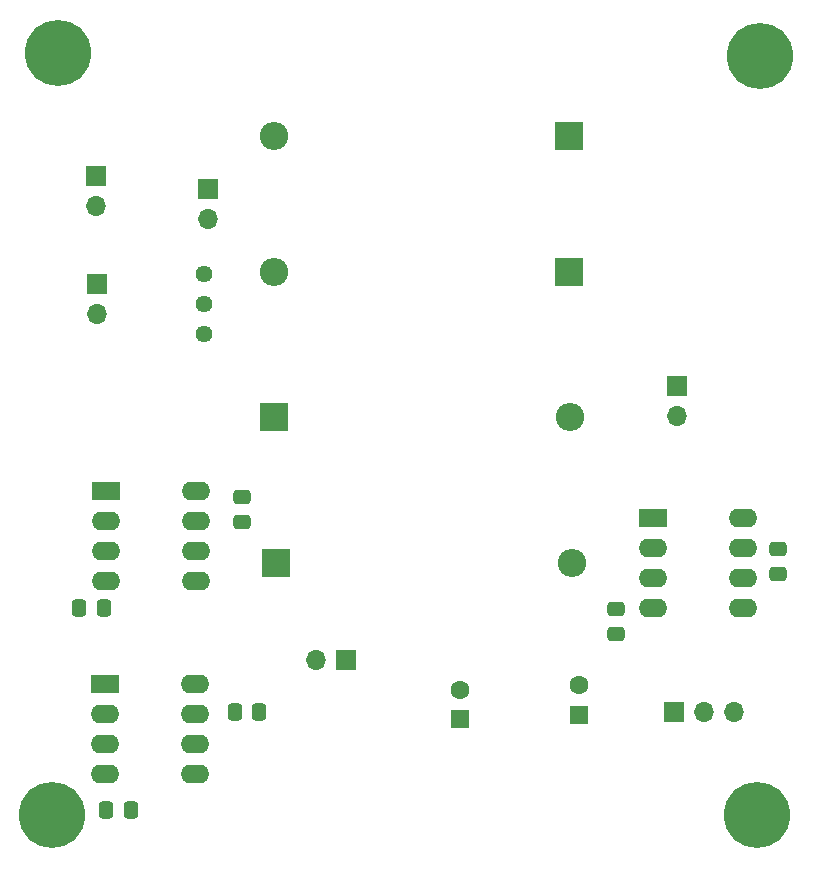
<source format=gbs>
G04 #@! TF.GenerationSoftware,KiCad,Pcbnew,(6.0.9)*
G04 #@! TF.CreationDate,2022-12-01T15:56:23+01:00*
G04 #@! TF.ProjectId,Twin-T,5477696e-2d54-42e6-9b69-6361645f7063,rev?*
G04 #@! TF.SameCoordinates,Original*
G04 #@! TF.FileFunction,Soldermask,Bot*
G04 #@! TF.FilePolarity,Negative*
%FSLAX46Y46*%
G04 Gerber Fmt 4.6, Leading zero omitted, Abs format (unit mm)*
G04 Created by KiCad (PCBNEW (6.0.9)) date 2022-12-01 15:56:23*
%MOMM*%
%LPD*%
G01*
G04 APERTURE LIST*
G04 Aperture macros list*
%AMRoundRect*
0 Rectangle with rounded corners*
0 $1 Rounding radius*
0 $2 $3 $4 $5 $6 $7 $8 $9 X,Y pos of 4 corners*
0 Add a 4 corners polygon primitive as box body*
4,1,4,$2,$3,$4,$5,$6,$7,$8,$9,$2,$3,0*
0 Add four circle primitives for the rounded corners*
1,1,$1+$1,$2,$3*
1,1,$1+$1,$4,$5*
1,1,$1+$1,$6,$7*
1,1,$1+$1,$8,$9*
0 Add four rect primitives between the rounded corners*
20,1,$1+$1,$2,$3,$4,$5,0*
20,1,$1+$1,$4,$5,$6,$7,0*
20,1,$1+$1,$6,$7,$8,$9,0*
20,1,$1+$1,$8,$9,$2,$3,0*%
G04 Aperture macros list end*
%ADD10R,1.700000X1.700000*%
%ADD11O,1.700000X1.700000*%
%ADD12C,1.440000*%
%ADD13C,5.600000*%
%ADD14C,3.600000*%
%ADD15R,2.400000X2.400000*%
%ADD16O,2.400000X2.400000*%
%ADD17R,2.400000X1.600000*%
%ADD18O,2.400000X1.600000*%
%ADD19R,1.600000X1.600000*%
%ADD20C,1.600000*%
%ADD21RoundRect,0.250000X-0.475000X0.337500X-0.475000X-0.337500X0.475000X-0.337500X0.475000X0.337500X0*%
%ADD22RoundRect,0.250000X0.337500X0.475000X-0.337500X0.475000X-0.337500X-0.475000X0.337500X-0.475000X0*%
%ADD23RoundRect,0.250000X0.475000X-0.337500X0.475000X0.337500X-0.475000X0.337500X-0.475000X-0.337500X0*%
G04 APERTURE END LIST*
D10*
X126441200Y-75488800D03*
D11*
X126441200Y-78028800D03*
D12*
X126136400Y-87792400D03*
X126136400Y-85252400D03*
X126136400Y-82712400D03*
D13*
X113792000Y-64008000D03*
D14*
X113792000Y-64008000D03*
D15*
X132232400Y-107188000D03*
D16*
X157232400Y-107188000D03*
D15*
X132076800Y-94843600D03*
D16*
X157076800Y-94843600D03*
D14*
X172974000Y-128524000D03*
D13*
X172974000Y-128524000D03*
D17*
X164119800Y-103337200D03*
D18*
X164119800Y-105877200D03*
X164119800Y-108417200D03*
X164119800Y-110957200D03*
X171739800Y-110957200D03*
X171739800Y-108417200D03*
X171739800Y-105877200D03*
X171739800Y-103337200D03*
D19*
X147828000Y-120396000D03*
D20*
X147828000Y-117896000D03*
D10*
X165912800Y-119786400D03*
D11*
X168452800Y-119786400D03*
X170992800Y-119786400D03*
D15*
X157026000Y-71018400D03*
D16*
X132026000Y-71018400D03*
D15*
X157026000Y-82550000D03*
D16*
X132026000Y-82550000D03*
D10*
X138156000Y-115341000D03*
D11*
X135616000Y-115341000D03*
D10*
X166141000Y-92222000D03*
D11*
X166141000Y-94762000D03*
D10*
X117043200Y-83515200D03*
D11*
X117043200Y-86055200D03*
D19*
X157886400Y-120003580D03*
D20*
X157886400Y-117503580D03*
D13*
X173228000Y-64262000D03*
D14*
X173228000Y-64262000D03*
D10*
X116992400Y-74422000D03*
D11*
X116992400Y-76962000D03*
D17*
X117703600Y-117449600D03*
D18*
X117703600Y-119989600D03*
X117703600Y-122529600D03*
X117703600Y-125069600D03*
X125323600Y-125069600D03*
X125323600Y-122529600D03*
X125323600Y-119989600D03*
X125323600Y-117449600D03*
D14*
X113284000Y-128524000D03*
D13*
X113284000Y-128524000D03*
D17*
X117790200Y-101051200D03*
D18*
X117790200Y-103591200D03*
X117790200Y-106131200D03*
X117790200Y-108671200D03*
X125410200Y-108671200D03*
X125410200Y-106131200D03*
X125410200Y-103591200D03*
X125410200Y-101051200D03*
D21*
X174752000Y-105998100D03*
X174752000Y-108073100D03*
D22*
X119909500Y-128117600D03*
X117834500Y-128117600D03*
D21*
X161036000Y-111078100D03*
X161036000Y-113153100D03*
D22*
X117623500Y-110998000D03*
X115548500Y-110998000D03*
X130780700Y-119786400D03*
X128705700Y-119786400D03*
D23*
X129336800Y-103675000D03*
X129336800Y-101600000D03*
M02*

</source>
